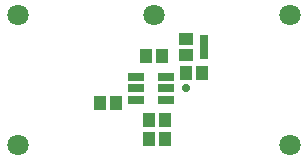
<source format=gts>
G04*
G04 #@! TF.GenerationSoftware,Altium Limited,Altium Designer,20.1.12 (249)*
G04*
G04 Layer_Color=8388736*
%FSLAX44Y44*%
%MOMM*%
G71*
G04*
G04 #@! TF.SameCoordinates,CE9DEF06-69A2-4F46-9589-B77C1FE2B784*
G04*
G04*
G04 #@! TF.FilePolarity,Negative*
G04*
G01*
G75*
%ADD16R,0.8032X1.0032*%
%ADD17R,1.0332X1.1432*%
%ADD18R,1.4032X0.8032*%
%ADD19R,1.1432X1.0332*%
%ADD20C,1.8032*%
%ADD21C,0.7016*%
D16*
X172243Y107500D02*
D03*
Y97500D02*
D03*
D17*
X123400Y95000D02*
D03*
X136600D02*
D03*
X139100Y25065D02*
D03*
X125900D02*
D03*
X139100Y40507D02*
D03*
X125900D02*
D03*
X84607Y55000D02*
D03*
X97808D02*
D03*
X157192Y81007D02*
D03*
X170392D02*
D03*
D18*
X140000Y58000D02*
D03*
Y67500D02*
D03*
Y77000D02*
D03*
X115000D02*
D03*
Y67500D02*
D03*
Y58000D02*
D03*
D19*
X157500Y109100D02*
D03*
Y95900D02*
D03*
D20*
X15000Y130000D02*
D03*
Y20000D02*
D03*
X245000D02*
D03*
Y130000D02*
D03*
X130000D02*
D03*
D21*
X157500Y67500D02*
D03*
M02*

</source>
